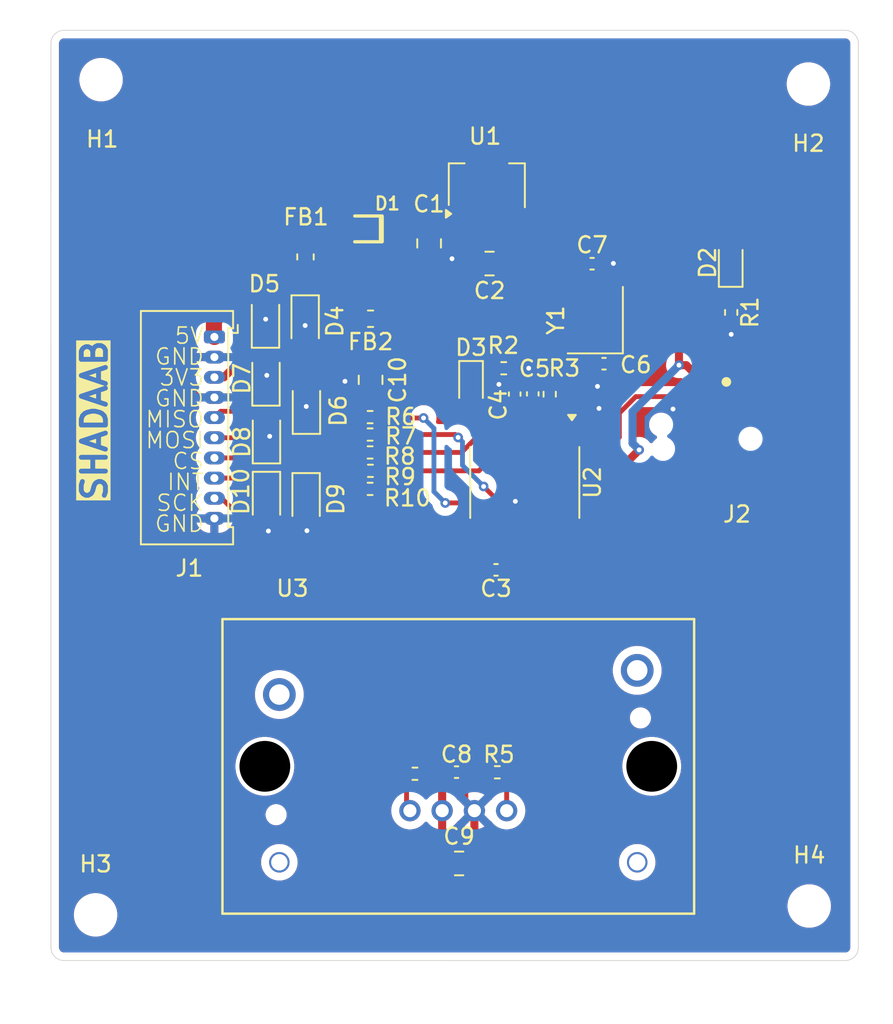
<source format=kicad_pcb>
(kicad_pcb (version 20241229) (generator "pcbnew") (generator_version "9.0")
  (title_block (title "SHADAAB") (date "20:06:2025"))
  (layers (0 "F.Cu" signal) (2 "B.Cu" signal) (13 "F.Paste" user) (15 "B.Paste" user) (5 "F.SilkS" user "F.Silkscreen") (7 "B.SilkS" user "B.Silkscreen") (1 "F.Mask" user) (3 "B.Mask" user) (25 "Edge.Cuts" user))
  (net 0 "")
  (net 1 "GND")
  (net 2 "+3V3")
  (net 3 "/NRST")
  (net 4 "Net-(U2-PF0)")
  (net 5 "Net-(C7-Pad1)")
  (net 6 "+5V")
  (net 7 "Net-(D2-K)")
  (net 8 "Net-(D3-K)")
  (net 9 "Net-(D3-A)")
  (net 11 "/SWCLK")
  (net 12 "/SWDIO")
  (net 13 "Net-(U2-PF1)")
  (net 14 "/I2C1_SCL")
  (net 15 "/I2C1_SDA")
  (net 16 "/SPI1_MISO")
  (net 17 "/SPI1_MOSI")
  (net 18 "/SPI1_NSS")
  (net 19 "/PA3_GPIO_OUT")
  (net 20 "/SPI1_SCK")
  (net 24 "/+5V_IN")
  (net 25 "/+3V3_OUT")
  (net 26 "/DATA_READY")
  (net 27 "Net-(U1-VIN)")
  (footprint "MountingHole:MountingHole_2.2mm_M2" (layer "F.Cu") (at 166.82 45.06)
    (property "Reference" "H1" (at 0.07 3.69 0) (layer "F.SilkS"))
    (property "Value" "MountingHole")
    (pad "" np_thru_hole circle (at 0 0) (size 2.2 2.2) (drill 2.2) (layers "*.Cu" "*.Mask"))
  )
  (footprint "Capacitor_SMD:C_0402_1005Metric" (layer "F.Cu") (at 193.6 64.54 90)
    (property "Reference" "C5" (at 1.57 0.11 180) (layer "F.SilkS"))
    (property "Value" "100n")
    (pad "1" smd roundrect (at -0.48 0 90) (size 0.56 0.62) (layers "F.Cu" "F.Mask" "F.Paste") (net 3 "/NRST"))
    (pad "2" smd roundrect (at 0.48 0 90) (size 0.56 0.62) (layers "F.Cu" "F.Mask" "F.Paste") (net 1 "GND"))
  )
  (footprint "Resistor_SMD:R_0402_1005Metric" (layer "F.Cu") (at 191.4 88)
    (property "Reference" "R5" (at 0.1 -1.1 0) (layer "F.SilkS"))
    (property "Value" "2k2")
    (pad "1" smd roundrect (at -0.51 0) (size 0.54 0.64) (layers "F.Cu" "F.Mask" "F.Paste") (net 2 "+3V3"))
    (pad "2" smd roundrect (at 0.51 0) (size 0.54 0.64) (layers "F.Cu" "F.Mask" "F.Paste") (net 15 "/I2C1_SDA"))
  )
  (footprint "Capacitor_SMD:C_0402_1005Metric" (layer "F.Cu") (at 197.28 56.47)
    (property "Reference" "C7" (at 0 -1.16 0) (layer "F.SilkS"))
    (property "Value" "10p")
    (pad "1" smd roundrect (at -0.48 0) (size 0.56 0.62) (layers "F.Cu" "F.Mask" "F.Paste") (net 5 "Net-(C7-Pad1)"))
    (pad "2" smd roundrect (at 0.48 0) (size 0.56 0.62) (layers "F.Cu" "F.Mask" "F.Paste") (net 1 "GND"))
  )
  (footprint "Inductor_SMD:L_0603_1608Metric" (layer "F.Cu") (at 179.5 56.0475 -90)
    (property "Reference" "FB1" (at -2.4725 -0.03 180) (layer "F.SilkS"))
    (property "Value" "120R")
    (pad "1" smd roundrect (at -0.7875 0 270) (size 0.875 0.95) (layers "F.Cu" "F.Mask" "F.Paste") (net 6 "+5V"))
    (pad "2" smd roundrect (at 0.7875 0 270) (size 0.875 0.95) (layers "F.Cu" "F.Mask" "F.Paste") (net 24 "/+5V_IN"))
  )
  (footprint "Diode_SMD:D_SOD-323" (layer "F.Cu") (at 177.05 63.66 90)
    (property "Reference" "D7" (at 0.07 -1.49 90) (layer "F.SilkS"))
    (property "Value" "PESD5V0L1BA,115")
    (pad "1" smd roundrect (at -1.05 0 90) (size 0.6 0.45) (layers "F.Cu" "F.Mask" "F.Paste") (net 26 "/DATA_READY"))
    (pad "2" smd roundrect (at 1.05 0 90) (size 0.6 0.45) (layers "F.Cu" "F.Mask" "F.Paste") (net 1 "GND"))
  )
  (footprint "Capacitor_SMD:C_0402_1005Metric" (layer "F.Cu") (at 191.32 75.45 180)
    (property "Reference" "C3" (at 0 -1.16 0) (layer "F.SilkS"))
    (property "Value" "100n")
    (pad "1" smd roundrect (at -0.48 0 180) (size 0.56 0.62) (layers "F.Cu" "F.Mask" "F.Paste") (net 2 "+3V3"))
    (pad "2" smd roundrect (at 0.48 0 180) (size 0.56 0.62) (layers "F.Cu" "F.Mask" "F.Paste") (net 1 "GND"))
  )
  (footprint "Capacitor_SMD:C_0805_2012Metric" (layer "F.Cu") (at 189.03 93.65)
    (property "Reference" "C9" (at 0 -1.68 0) (layer "F.SilkS"))
    (property "Value" "10u")
    (pad "1" smd roundrect (at -0.95 0) (size 1 1.45) (layers "F.Cu" "F.Mask" "F.Paste") (net 2 "+3V3"))
    (pad "2" smd roundrect (at 0.95 0) (size 1 1.45) (layers "F.Cu" "F.Mask" "F.Paste") (net 1 "GND"))
  )
  (footprint "Package_SO:TSSOP-20_4.4x6.5mm_P0.65mm" (layer "F.Cu") (at 193.105 70.0325 -90)
    (property "Reference" "U2" (at 0 -4.2 90) (layer "F.SilkS"))
    (property "Value" "STM32F030F4Px")
    (pad "1" smd roundrect (at -2.8625 -2.925 270) (size 1.475 0.4) (layers "F.Cu" "F.Mask" "F.Paste") (net 1 "GND"))
    (pad "2" smd roundrect (at -2.8625 -2.275 270) (size 1.475 0.4) (layers "F.Cu" "F.Mask" "F.Paste") (net 4 "Net-(U2-PF0)"))
    (pad "3" smd roundrect (at -2.8625 -1.625 270) (size 1.475 0.4) (layers "F.Cu" "F.Mask" "F.Paste") (net 13 "Net-(U2-PF1)"))
    (pad "4" smd roundrect (at -2.8625 -0.975 270) (size 1.475 0.4) (layers "F.Cu" "F.Mask" "F.Paste") (net 3 "/NRST"))
    (pad "5" smd roundrect (at -2.8625 -0.325 270) (size 1.475 0.4) (layers "F.Cu" "F.Mask" "F.Paste") (net 2 "+3V3"))
    (pad "6" smd roundrect (at -2.8625 0.325 270) (size 1.475 0.4) (layers "F.Cu" "F.Mask" "F.Paste"))
    (pad "7" smd roundrect (at -2.8625 0.975 270) (size 1.475 0.4) (layers "F.Cu" "F.Mask" "F.Paste") (net 9 "Net-(D3-A)"))
    (pad "8" smd roundrect (at -2.8625 1.625 270) (size 1.475 0.4) (layers "F.Cu" "F.Mask" "F.Paste"))
    (pad "9" smd roundrect (at -2.8625 2.275 270) (size 1.475 0.4) (layers "F.Cu" "F.Mask" "F.Paste") (net 19 "/PA3_GPIO_OUT"))
    (pad "10" smd roundrect (at -2.8625 2.925 270) (size 1.475 0.4) (layers "F.Cu" "F.Mask" "F.Paste") (net 18 "/SPI1_NSS"))
    (pad "11" smd roundrect (at 2.8625 2.925 270) (size 1.475 0.4) (layers "F.Cu" "F.Mask" "F.Paste") (net 20 "/SPI1_SCK"))
    (pad "12" smd roundrect (at 2.8625 2.275 270) (size 1.475 0.4) (layers "F.Cu" "F.Mask" "F.Paste") (net 16 "/SPI1_MISO"))
    (pad "13" smd roundrect (at 2.8625 1.625 270) (size 1.475 0.4) (layers "F.Cu" "F.Mask" "F.Paste") (net 17 "/SPI1_MOSI"))
    (pad "14" smd roundrect (at 2.8625 0.975 270) (size 1.475 0.4) (layers "F.Cu" "F.Mask" "F.Paste"))
    (pad "15" smd roundrect (at 2.8625 0.325 270) (size 1.475 0.4) (layers "F.Cu" "F.Mask" "F.Paste") (net 1 "GND"))
    (pad "16" smd roundrect (at 2.8625 -0.325 270) (size 1.475 0.4) (layers "F.Cu" "F.Mask" "F.Paste") (net 2 "+3V3"))
    (pad "17" smd roundrect (at 2.8625 -0.975 270) (size 1.475 0.4) (layers "F.Cu" "F.Mask" "F.Paste") (net 14 "/I2C1_SCL"))
    (pad "18" smd roundrect (at 2.8625 -1.625 270) (size 1.475 0.4) (layers "F.Cu" "F.Mask" "F.Paste") (net 15 "/I2C1_SDA"))
    (pad "19" smd roundrect (at 2.8625 -2.275 270) (size 1.475 0.4) (layers "F.Cu" "F.Mask" "F.Paste") (net 12 "/SWDIO"))
    (pad "20" smd roundrect (at 2.8625 -2.925 270) (size 1.475 0.4) (layers "F.Cu" "F.Mask" "F.Paste") (net 11 "/SWCLK"))
  )
  (footprint "Package_TO_SOT_SMD:SOT-89-3" (layer "F.Cu") (at 190.75 51.6075 90)
    (property "Reference" "U1" (at 3.0375 -0.11 180) (layer "F.SilkS"))
    (property "Value" "HT75xx-1-SOT89")
    (pad "1" smd roundrect (at -1.95 -1.5 90) (size 1.3 0.9) (layers "F.Cu" "F.Mask" "F.Paste") (net 1 "GND"))
    (pad "2" smd custom (at -1.8625 0 90) (size 1.475 0.9) (layers "F.Cu" "F.Mask" "F.Paste") (net 27 "Net-(U1-VIN)") (options (clearance outline) (anchor rect)) (primitives (gr_poly (pts (xy 3.8625 0.8665) (xy 0.7375 0.8665) (xy 0.7375 -0.8665) (xy 3.8625 -0.8665)) (width 0) (fill yes))))
    (pad "3" smd roundrect (at -1.95 1.5 90) (size 1.3 0.9) (layers "F.Cu" "F.Mask" "F.Paste") (net 2 "+3V3"))
  )
  (footprint "B5819W:SOD123FL" (layer "F.Cu") (at 183.405 54.31 180)
    (property "Reference" "D1" (at -1.175 1.57 0) (layer "F.SilkS") (effects (font (size 0.8 0.787402))))
    (property "Value" "B5819W")
    (pad "A" smd rect (at 1.625 0 180) (size 0.91 1.22) (layers "F.Cu" "F.Mask" "F.Paste") (net 6 "+5V"))
    (pad "C" smd rect (at -1.625 0 180) (size 0.91 1.22) (layers "F.Cu" "F.Mask" "F.Paste") (net 27 "Net-(U1-VIN)"))
  )
  (footprint "Resistor_SMD:R_0402_1005Metric" (layer "F.Cu") (at 183.51 68.17 180)
    (property "Reference" "R8" (at -1.84 -0.24 0) (layer "F.SilkS"))
    (property "Value" "22R")
    (pad "1" smd roundrect (at -0.51 0 180) (size 0.54 0.64) (layers "F.Cu" "F.Mask" "F.Paste") (net 18 "/SPI1_NSS"))
    (pad "2" smd roundrect (at 0.51 0 180) (size 0.54 0.64) (layers "F.Cu" "F.Mask" "F.Paste") (net 26 "/DATA_READY"))
  )
  (footprint "Diode_SMD:D_SOD-323" (layer "F.Cu") (at 177.08 70.98 -90)
    (property "Reference" "D10" (at -0.39 1.59 90) (layer "F.SilkS"))
    (property "Value" "PESD5V0L1BA,115")
    (pad "1" smd roundrect (at -1.05 0 270) (size 0.6 0.45) (layers "F.Cu" "F.Mask" "F.Paste") (net 26 "/DATA_READY"))
    (pad "2" smd roundrect (at 1.05 0 270) (size 0.6 0.45) (layers "F.Cu" "F.Mask" "F.Paste") (net 1 "GND"))
  )
  (footprint "MountingHole:MountingHole_2.2mm_M2" (layer "F.Cu") (at 210.75 96.29)
    (property "Reference" "H4" (at 0 -3.15 0) (layer "F.SilkS"))
    (property "Value" "MountingHole")
    (pad "" np_thru_hole circle (at 0 0) (size 2.2 2.2) (drill 2.2) (layers "*.Cu" "*.Mask"))
  )
  (footprint "Resistor_SMD:R_0402_1005Metric" (layer "F.Cu") (at 183.51 65.98 180)
    (property "Reference" "R6" (at -1.91 0.03 0) (layer "F.SilkS"))
    (property "Value" "22R")
    (pad "1" smd roundrect (at -0.51 0 180) (size 0.54 0.64) (layers "F.Cu" "F.Mask" "F.Paste") (net 16 "/SPI1_MISO"))
    (pad "2" smd roundrect (at 0.51 0 180) (size 0.54 0.64) (layers "F.Cu" "F.Mask" "F.Paste") (net 26 "/DATA_READY"))
  )
  (footprint "Resistor_SMD:R_0402_1005Metric" (layer "F.Cu") (at 183.53 69.31 180)
    (property "Reference" "R9" (at -1.84 -0.37 0) (layer "F.SilkS"))
    (property "Value" "22R")
    (pad "1" smd roundrect (at -0.51 0 180) (size 0.54 0.64) (layers "F.Cu" "F.Mask" "F.Paste") (net 19 "/PA3_GPIO_OUT"))
    (pad "2" smd roundrect (at 0.51 0 180) (size 0.54 0.64) (layers "F.Cu" "F.Mask" "F.Paste") (net 26 "/DATA_READY"))
  )
  (footprint "Resistor_SMD:R_0402_1005Metric" (layer "F.Cu") (at 194.65 64.56 90)
    (property "Reference" "R3" (at 1.61 0.91 180) (layer "F.SilkS"))
    (property "Value" "22R")
    (pad "1" smd roundrect (at -0.51 0 90) (size 0.54 0.64) (layers "F.Cu" "F.Mask" "F.Paste") (net 13 "Net-(U2-PF1)"))
    (pad "2" smd roundrect (at 0.51 0 90) (size 0.54 0.64) (layers "F.Cu" "F.Mask" "F.Paste") (net 5 "Net-(C7-Pad1)"))
  )
  (footprint "Capacitor_SMD:C_0402_1005Metric" (layer "F.Cu") (at 198.02 62.67 180)
    (property "Reference" "C6" (at -1.97 -0.07 180) (layer "F.SilkS"))
    (property "Value" "10p")
    (pad "1" smd roundrect (at -0.48 0 180) (size 0.56 0.62) (layers "F.Cu" "F.Mask" "F.Paste") (net 4 "Net-(U2-PF0)"))
    (pad "2" smd roundrect (at 0.48 0 180) (size 0.56 0.62) (layers "F.Cu" "F.Mask" "F.Paste") (net 1 "GND"))
  )
  (footprint "Resistor_SMD:R_0402_1005Metric" (layer "F.Cu") (at 186.29 88.09 180)
    (property "Reference" "R4" (hide yes))
    (property "Value" "2k2")
    (pad "1" smd roundrect (at -0.51 0 180) (size 0.54 0.64) (layers "F.Cu" "F.Mask" "F.Paste") (net 2 "+3V3"))
    (pad "2" smd roundrect (at 0.51 0 180) (size 0.54 0.64) (layers "F.Cu" "F.Mask" "F.Paste") (net 14 "/I2C1_SCL"))
  )
  (footprint "Capacitor_SMD:C_0805_2012Metric" (layer "F.Cu") (at 183.54 63.67 -90)
    (property "Reference" "C10" (at 0 -1.68 90) (layer "F.SilkS"))
    (property "Value" "10u")
    (pad "1" smd roundrect (at -0.95 0 270) (size 1 1.45) (layers "F.Cu" "F.Mask" "F.Paste") (net 25 "/+3V3_OUT"))
    (pad "2" smd roundrect (at 0.95 0 270) (size 1 1.45) (layers "F.Cu" "F.Mask" "F.Paste") (net 1 "GND"))
  )
  (footprint "MountingHole:MountingHole_2.2mm_M2" (layer "F.Cu") (at 166.48 96.84)
    (property "Reference" "H3" (at 0 -3.15 0) (layer "F.SilkS"))
    (property "Value" "MountingHole")
    (pad "" np_thru_hole circle (at 0 0) (size 2.2 2.2) (drill 2.2) (layers "*.Cu" "*.Mask"))
  )
  (footprint "Diode_SMD:D_SOD-323" (layer "F.Cu") (at 179.54 71.06 -90)
    (property "Reference" "D9" (at 0 -1.85 90) (layer "F.SilkS"))
    (property "Value" "PESD5V0L1BA,115")
    (pad "1" smd roundrect (at -1.05 0 270) (size 0.6 0.45) (layers "F.Cu" "F.Mask" "F.Paste") (net 26 "/DATA_READY"))
    (pad "2" smd roundrect (at 1.05 0 270) (size 0.6 0.45) (layers "F.Cu" "F.Mask" "F.Paste") (net 1 "GND"))
  )
  (footprint "LED_SMD:LED_0603_1608Metric" (layer "F.Cu") (at 205.88 56.4175 90)
    (property "Reference" "D2" (at 0 -1.43 90) (layer "F.SilkS"))
    (property "Value" "GREEN")
    (pad "1" smd roundrect (at -0.7875 0 90) (size 0.875 0.95) (layers "F.Cu" "F.Mask" "F.Paste") (net 7 "Net-(D2-K)"))
    (pad "2" smd roundrect (at 0.7875 0 90) (size 0.875 0.95) (layers "F.Cu" "F.Mask" "F.Paste") (net 2 "+3V3"))
  )
  (footprint "Diode_SMD:D_SOD-323" (layer "F.Cu") (at 179.56 65.41 90)
    (property "Reference" "D6" (at -0.18 1.97 90) (layer "F.SilkS"))
    (property "Value" "PESD5V0L1BA,115")
    (pad "1" smd roundrect (at -1.05 0 90) (size 0.6 0.45) (layers "F.Cu" "F.Mask" "F.Paste") (net 26 "/DATA_READY"))
    (pad "2" smd roundrect (at 1.05 0 90) (size 0.6 0.45) (layers "F.Cu" "F.Mask" "F.Paste") (net 1 "GND"))
  )
  (footprint "Resistor_SMD:R_0402_1005Metric" (layer "F.Cu") (at 183.51 70.43 180)
    (property "Reference" "R10" (at -2.31 -0.57 0) (layer "F.SilkS"))
    (property "Value" "22R")
    (pad "1" smd roundrect (at -0.51 0 180) (size 0.54 0.64) (layers "F.Cu" "F.Mask" "F.Paste") (net 20 "/SPI1_SCK"))
    (pad "2" smd roundrect (at 0.51 0 180) (size 0.54 0.64) (layers "F.Cu" "F.Mask" "F.Paste") (net 26 "/DATA_READY"))
  )
  (footprint "CustomFootprints:SDP81x_SEN" (layer "F.Cu") (at 185.979999 90.38)
    (property "Reference" "U3" (at -7.289999 -13.78 0) (layer "F.SilkS"))
    (property "Value" "SDP810-500PA")
    (pad "" np_thru_hole circle (at -9 -2.75) (size 3.1496 3.1496) (drill 3.1496) (layers))
    (pad "" np_thru_hole circle (at -8.300001 0.25) (size 0.8128 0.8128) (drill 0.8128) (layers "*.Cu" "*.Mask"))
    (pad "" np_thru_hole circle (at 14.299999 -5.750001) (size 0.8128 0.8128) (drill 0.8128) (layers "*.Cu" "*.Mask"))
    (pad "" np_thru_hole circle (at 14.999998 -2.75) (size 3.1496 3.1496) (drill 3.1496) (layers))
    (pad "1" thru_hole circle (at 0 0) (size 1.3208 1.3208) (drill 0.8128) (layers "*.Cu" "*.Mask") (net 14 "/I2C1_SCL"))
    (pad "2" thru_hole circle (at 1.999999 0) (size 1.3208 1.3208) (drill 0.8128) (layers "*.Cu" "*.Mask") (net 2 "+3V3"))
    (pad "3" thru_hole circle (at 4 0) (size 1.3208 1.3208) (drill 0.8128) (layers "*.Cu" "*.Mask") (net 1 "GND"))
    (pad "4" thru_hole circle (at 5.999998 0) (size 1.3208 1.3208) (drill 0.8128) (layers "*.Cu" "*.Mask") (net 15 "/I2C1_SDA"))
    (pad "5" thru_hole circle (at -8.099999 -7.2) (size 2.032 2.032) (drill 1.27) (layers "*.Cu" "*.Mask"))
    (pad "6" thru_hole circle (at 14.099997 -8.7) (size 2.032 2.032) (drill 1.27) (layers "*.Cu" "*.Mask"))
    (pad "7" thru_hole circle (at -8.099999 3.200001) (size 1.27 1.27) (drill 1.016) (layers "*.Cu" "*.Mask"))
    (pad "8" thru_hole circle (at 14.099997 3.200001) (size 1.27 1.27) (drill 1.016) (layers "*.Cu" "*.Mask"))
  )
  (footprint "Diode_SMD:D_SOD-323" (layer "F.Cu") (at 177.02 60.07 90)
    (property "Reference" "D5" (at 2.35 -0.07 180) (layer "F.SilkS"))
    (property "Value" "PESD5V0L1BA,115")
    (pad "1" smd roundrect (at -1.05 0 90) (size 0.6 0.45) (layers "F.Cu" "F.Mask" "F.Paste") (net 25 "/+3V3_OUT"))
    (pad "2" smd roundrect (at 1.05 0 90) (size 0.6 0.45) (layers "F.Cu" "F.Mask" "F.Paste") (net 1 "GND"))
  )
  (footprint "Capacitor_SMD:C_0402_1005Metric" (layer "F.Cu") (at 192.48 64.55 90)
    (property "Reference" "C4" (at -0.66 -1.02 90) (layer "F.SilkS"))
    (property "Value" "100n")
    (pad "1" smd roundrect (at -0.48 0 90) (size 0.56 0.62) (layers "F.Cu" "F.Mask" "F.Paste") (net 2 "+3V3"))
    (pad "2" smd roundrect (at 0.48 0 90) (size 0.56 0.62) (layers "F.Cu" "F.Mask" "F.Paste") (net 1 "GND"))
  )
  (footprint "Diode_SMD:D_SOD-323" (layer "F.Cu") (at 179.48 60.04 -90)
    (property "Reference" "D4" (at 0 -1.85 90) (layer "F.SilkS"))
    (property "Value" "PESD5V0L1BA,115")
    (pad "1" smd roundrect (at -1.05 0 270) (size 0.6 0.45) (layers "F.Cu" "F.Mask" "F.Paste") (net 24 "/+5V_IN"))
    (pad "2" smd roundrect (at 1.05 0 270) (size 0.6 0.45) (layers "F.Cu" "F.Mask" "F.Paste") (net 1 "GND"))
  )
  (footprint "Resistor_SMD:R_0402_1005Metric" (layer "F.Cu") (at 191.8 62.95 180)
    (property "Reference" "R2" (at 0.03 1.41 0) (layer "F.SilkS"))
    (property "Value" "510R")
    (pad "1" smd roundrect (at -0.51 0 180) (size 0.54 0.64) (layers "F.Cu" "F.Mask" "F.Paste") (net 1 "GND"))
    (pad "2" smd roundrect (at 0.51 0 180) (size 0.54 0.64) (layers "F.Cu" "F.Mask" "F.Paste") (net 8 "Net-(D3-K)"))
  )
  (footprint "MountingHole:MountingHole_2.2mm_M2" (layer "F.Cu") (at 210.7 45.33)
    (property "Reference" "H2" (at 0 3.68 0) (layer "F.SilkS"))
    (property "Value" "MountingHole")
    (pad "" np_thru_hole circle (at 0 0) (size 2.2 2.2) (drill 2.2) (layers "*.Cu" "*.Mask"))
  )
  (footprint "Capacitor_SMD:C_0805_2012Metric" (layer "F.Cu") (at 187.17 55.21 -90)
    (property "Reference" "C1" (at -2.44 0.01 180) (layer "F.SilkS"))
    (property "Value" "10u")
    (pad "1" smd roundrect (at -0.95 0 270) (size 1 1.45) (layers "F.Cu" "F.Mask" "F.Paste") (net 27 "Net-(U1-VIN)"))
    (pad "2" smd roundrect (at 0.95 0 270) (size 1 1.45) (layers "F.Cu" "F.Mask" "F.Paste") (net 1 "GND"))
  )
  (footprint "Capacitor_SMD:C_0402_1005Metric" (layer "F.Cu") (at 188.87 87.99)
    (property "Reference" "C8" (at 0 -1.1 0) (layer "F.SilkS"))
    (property "Value" "100n")
    (pad "1" smd roundrect (at -0.48 0) (size 0.56 0.62) (layers "F.Cu" "F.Mask" "F.Paste") (net 2 "+3V3"))
    (pad "2" smd roundrect (at 0.48 0) (size 0.56 0.62) (layers "F.Cu" "F.Mask" "F.Paste") (net 1 "GND"))
  )
  (footprint "Resistor_SMD:R_0402_1005Metric" (layer "F.Cu") (at 183.51 67.06 180)
    (property "Reference" "R7" (at -1.9 -0.1 0) (layer "F.SilkS"))
    (property "Value" "22R")
    (pad "1" smd roundrect (at -0.51 0 180) (size 0.54 0.64) (layers "F.Cu" "F.Mask" "F.Paste") (net 17 "/SPI1_MOSI"))
    (pad "2" smd roundrect (at 0.51 0 180) (size 0.54 0.64) (layers "F.Cu" "F.Mask" "F.Paste") (net 26 "/DATA_READY"))
  )
  (footprint "Resistor_SMD:R_0402_1005Metric" (layer "F.Cu") (at 205.91 59.49 -90)
    (property "Reference" "R1" (at 0 -1.17 90) (layer "F.SilkS"))
    (property "Value" "510R")
    (pad "1" smd roundrect (at -0.51 0 270) (size 0.54 0.64) (layers "F.Cu" "F.Mask" "F.Paste") (net 7 "Net-(D2-K)"))
    (pad "2" smd roundrect (at 0.51 0 270) (size 0.54 0.64) (layers "F.Cu" "F.Mask" "F.Paste") (net 1 "GND"))
  )
  (footprint "Diode_SMD:D_SOD-323" (layer "F.Cu") (at 177.08 67.24 90)
    (property "Reference" "D8" (at -0.28 -1.53 90) (layer "F.SilkS"))
    (property "Value" "PESD5V0L1BA,115")
    (pad "1" smd roundrect (at -1.05 0 90) (size 0.6 0.45) (layers "F.Cu" "F.Mask" "F.Paste") (net 26 "/DATA_READY"))
    (pad "2" smd roundrect (at 1.05 0 90) (size 0.6 0.45) (layers "F.Cu" "F.Mask" "F.Paste") (net 1 "GND"))
  )
  (footprint "LED_SMD:LED_0603_1608Metric" (layer "F.Cu") (at 189.77 63.9875 -90)
    (property "Reference" "D3" (at -2.3225 0 180) (layer "F.SilkS"))
    (property "Value" "BLUE")
    (pad "1" smd roundrect (at -0.7875 0 270) (size 0.875 0.95) (layers "F.Cu" "F.Mask" "F.Paste") (net 8 "Net-(D3-K)"))
    (pad "2" smd roundrect (at 0.7875 0 270) (size 0.875 0.95) (layers "F.Cu" "F.Mask" "F.Paste") (net 9 "Net-(D3-A)"))
  )
  (footprint "Connector_Molex:Molex_PicoBlade_53048-1010_1x10_P1.25mm_Horizontal" (layer "F.Cu") (at 173.85 61.01 -90)
    (property "Reference" "J1" (at 14.34 1.55 180) (layer "F.SilkS"))
    (property "Value" "Conn_01x10_Pin")
    (pad "1" thru_hole roundrect (at 0 0 270) (size 0.8 1.3) (drill 0.5) (layers "*.Cu" "*.Mask") (net 24 "/+5V_IN"))
    (pad "2" thru_hole oval (at 1.25 0 270) (size 0.8 1.3) (drill 0.5) (layers "*.Cu" "*.Mask") (net 1 "GND"))
    (pad "3" thru_hole oval (at 2.5 0 270) (size 0.8 1.3) (drill 0.5) (layers "*.Cu" "*.Mask") (net 25 "/+3V3_OUT"))
    (pad "4" thru_hole oval (at 3.75 0 270) (size 0.8 1.3) (drill 0.5) (layers "*.Cu" "*.Mask") (net 1 "GND"))
    (pad "5" thru_hole oval (at 5 0 270) (size 0.8 1.3) (drill 0.5) (layers "*.Cu" "*.Mask") (net 26 "/DATA_READY"))
    (pad "6" thru_hole oval (at 6.25 0 270) (size 0.8 1.3) (drill 0.5) (layers "*.Cu" "*.Mask") (net 26 "/DATA_READY"))
    (pad "7" thru_hole oval (at 7.5 0 270) (size 0.8 1.3) (drill 0.5) (layers "*.Cu" "*.Mask") (net 26 "/DATA_READY"))
    (pad "8" thru_hole oval (at 8.75 0 270) (size 0.8 1.3) (drill 0.5) (layers "*.Cu" "*.Mask") (net 26 "/DATA_READY"))
    (pad "9" thru_hole oval (at 10 0 270) (size 0.8 1.3) (drill 0.5) (layers "*.Cu" "*.Mask") (net 26 "/DATA_READY"))
    (pad "10" thru_hole oval (at 11.25 0 270) (size 0.8 1.3) (drill 0.5) (layers "*.Cu" "*.Mask") (net 1 "GND"))
  )
  (footprint "Inductor_SMD:L_0603_1608Metric" (layer "F.Cu") (at 183.5375 59.88 180)
    (property "Reference" "FB2" (at 0 -1.43 0) (layer "F.SilkS"))
    (property "Value" "120R")
    (pad "1" smd roundrect (at -0.7875 0 180) (size 0.875 0.95) (layers "F.Cu" "F.Mask" "F.Paste") (net 2 "+3V3"))
    (pad "2" smd roundrect (at 0.7875 0 180) (size 0.875 0.95) (layers "F.Cu" "F.Mask" "F.Paste") (net 25 "/+3V3_OUT"))
  )
  (footprint "TC2030-IDC-NL:TAG_TC2030-IDC-NL" (layer "F.Cu") (at 204.36 67.546 180)
    (property "Reference" "J2" (at -1.908485 -4.453145 0) (layer "F.SilkS") (effects (font (size 1.001835 1.001835))))
    (property "Value" "TC2030-IDC-NL")
    (pad "" np_thru_hole circle (at -2.75 0.22 180) (size 0.991 0.991) (drill 0.991) (layers "*.Cu" "*.Mask"))
    (pad "" np_thru_hole circle (at 2.68 -0.4 180) (size 0.991 0.991) (drill 0.991) (layers "*.Cu" "*.Mask"))
    (pad "" np_thru_hole circle (at 2.8 1.1 180) (size 0.7 0.7) (drill 0.991) (layers "*.Cu" "*.Mask"))
    (pad "1" smd circle (at -1.77 1.42 180) (size 0.787 0.787) (layers "F.Cu" "F.Mask") (net 2 "+3V3"))
    (pad "2" smd circle (at -1.9 -0.9 180) (size 0.787 0.787) (layers "F.Cu" "F.Mask") (net 12 "/SWDIO"))
    (pad "3" smd circle (at -0.01 1.46 180) (size 0.787 0.787) (layers "F.Cu" "F.Mask") (net 3 "/NRST"))
    (pad "4" smd circle (at 0 -1 180) (size 0.787 0.787) (layers "F.Cu" "F.Mask") (net 11 "/SWCLK"))
    (pad "5" smd circle (at 1.54 1.43 180) (size 0.787 0.787) (layers "F.Cu" "F.Mask") (net 1 "GND"))
    (pad "6" smd circle (at 1.55 -1.09 180) (size 0.787 0.787) (layers "F.Cu" "F.Mask"))
    (zone (net 0) (net_name "") (layer "F.Cu") (connect_pads (clearance 0)) (min_thickness 0.01)
      (keepout (tracks not_allowed) (vias not_allowed) (pads not_allowed) (copperpour not_allowed) (footprints allowed))
      (fill (thermal_gap 0.508) (thermal_bridge_width 0.508))
      (polygon (pts (xy 206.26301 68.49972) (xy 202.81 68.636) (xy 202.82 66.096) (xy 206.13 66.126)))
    )
  )
  (footprint "Crystal:Crystal_SMD_3225-4Pin_3.2x2.5mm" (layer "F.Cu") (at 197.48 59.97 90)
    (property "Reference" "Y1" (at 0 -2.45 90) (layer "F.SilkS"))
    (property "Value" "16MHz")
    (pad "1" smd roundrect (at -1.1 0.85 90) (size 1.4 1.2) (layers "F.Cu" "F.Mask" "F.Paste") (roundrect_rratio 0.208333) (net 4 "Net-(U2-PF0)"))
    (pad "2" smd roundrect (at 1.1 0.85 90) (size 1.4 1.2) (layers "F.Cu" "F.Mask" "F.Paste") (roundrect_rratio 0.208333) (net 1 "GND"))
    (pad "3" smd roundrect (at 1.1 -0.85 90) (size 1.4 1.2) (layers "F.Cu" "F.Mask" "F.Paste") (roundrect_rratio 0.208333) (net 5 "Net-(C7-Pad1)"))
    (pad "4" smd roundrect (at -1.1 -0.85 90) (size 1.4 1.2) (layers "F.Cu" "F.Mask" "F.Paste") (roundrect_rratio 0.208333) (net 1 "GND"))
  )
  (footprint "Capacitor_SMD:C_0805_2012Metric" (layer "F.Cu") (at 190.92 56.46 180)
    (property "Reference" "C2" (at 0 -1.68 0) (layer "F.SilkS"))
    (property "Value" "10u")
    (pad "1" smd roundrect (at -0.95 0 180) (size 1 1.45) (layers "F.Cu" "F.Mask" "F.Paste") (net 2 "+3V3"))
    (pad "2" smd roundrect (at 0.95 0 180) (size 1 1.45) (layers "F.Cu" "F.Mask" "F.Paste") (net 1 "GND"))
  )
  (gr_line (start 164.52 99.669445) (end 212.99 99.67) (stroke (width 0.05)) (layer "Edge.Cuts"))
  (gr_arc (start 163.709445 42.810555) (mid 163.946851 42.237406) (end 164.52 42) (stroke (width 0.05)) (layer "Edge.Cuts"))
  (gr_arc (start 212.99 42.000555) (mid 213.56256 42.237602) (end 213.8 42.81) (stroke (width 0.05)) (layer "Edge.Cuts"))
  (gr_arc (start 213.800555 98.859445) (mid 213.563149 99.432594) (end 212.99 99.67) (stroke (width 0.05)) (layer "Edge.Cuts"))
  (gr_arc (start 164.52 99.669445) (mid 163.947244 99.432201) (end 163.71 98.859445) (stroke (width 0.05)) (layer "Edge.Cuts"))
  (gr_line (start 163.709445 42.8106) (end 163.71 98.850862) (stroke (width 0.05)) (layer "Edge.Cuts"))
  (gr_line (start 213.800555 98.859445) (end 213.8 42.819138) (stroke (width 0.05)) (layer "Edge.Cuts"))
  (gr_line (start 212.99 42.000555) (end 164.52 42.000045) (stroke (width 0.05)) (layer "Edge.Cuts"))
  (gr_text "GND" (at 170.088095 62.815556 0) (layer "F.SilkS") (effects (font (size 1 1) (thickness 0.1)) (justify left bottom)))
  (gr_text "MOSI" (at 169.516667 67.997778 0) (layer "F.SilkS") (effects (font (size 1 1) (thickness 0.1)) (justify left bottom)))
  (gr_text "SCK" (at 170.183333 71.884444 0) (layer "F.SilkS") (effects (font (size 1 1) (thickness 0.1)) (justify left bottom)))
  (gr_text "3V3" (at 170.373809 64.111111 0) (layer "F.SilkS") (effects (font (size 1 1) (thickness 0.1)) (justify left bottom)))
  (gr_text "INT" (at 170.85 70.588889 0) (layer "F.SilkS") (effects (font (size 1 1) (thickness 0.1)) (justify left bottom)))
  (gr_text "GND" (at 170.088095 65.406667 0) (layer "F.SilkS") (effects (font (size 1 1) (thickness 0.1)) (justify left bottom)))
  (gr_text "5V" (at 171.32619 61.52 0) (layer "F.SilkS") (effects (font (size 1 1) (thickness 0.1)) (justify left bottom)))
  (gr_text "CS" (at 171.183333 69.293333 0) (layer "F.SilkS") (effects (font (size 1 1) (thickness 0.1)) (justify left bottom)))
  (gr_text "SHADAAB" (at 167.29 71.31 90) (layer "F.SilkS" knockout) (effects (font (size 1.5 1.5) (thickness 0.3) (bold yes)) (justify left bottom)))
  (gr_text "MISO" (at 169.516667 66.702222 0) (layer "F.SilkS") (effects (font (size 1 1) (thickness 0.1)) (justify left bottom)))
  (gr_text "GND" (at 170.088095 73.18 0) (layer "F.SilkS") (effects (font (size 1 1) (thickness 0.1)) (justify left bottom)))
  (segment (start 189.25 53.5575) (end 189.2816 53.5891) (width 0.5) (layer "F.Cu") (net 1))
  (segment (start 192.78 72.895) (end 192.78 74.38) (width 0.3) (layer "F.Cu") (net 1))
  (segment (start 202.47 65.48) (end 202.3 65.48) (width 0.3) (layer "F.Cu") (net 1))
  (segment (start 198.67 56.47) (end 198.68 56.48) (width 0.3) (layer "F.Cu") (net 1))
  (segment (start 197.615 62.745) (end 197.54 62.67) (width 0.3) (layer "F.Cu") (net 1))
  (segment (start 197.71 65.49) (end 197.71 65.44) (width 0.3) (layer "F.Cu") (net 1))
  (segment (start 197.76 56.47) (end 198.32 56.47) (width 0.3) (layer "F.Cu") (net 1))
  (segment (start 189.979999 90.38) (end 189.98 93.65) (width 0.5) (layer "F.Cu") (net 1))
  (segment (start 205.91 60.9) (end 205.92 60.91) (width 0.3) (layer "F.Cu") (net 1))
  (segment (start 196.03 67.17) (end 197.71 65.49) (width 0.3) (layer "F.Cu") (net 1))
  (segment (start 197.76 56.47) (end 197.76 58.3) (width 0.3) (layer "F.Cu") (net 1))
  (segment (start 172.31 64.14) (end 172.31 62.65) (width 0.3) (layer "F.Cu") (net 1))
  (segment (start 189.35 87.99) (end 189.35 89.750001) (width 0.5) (layer "F.Cu") (net 1))
  (segment (start 177.08 66.82) (end 177.08 66.19) (width 0.3) (layer "F.Cu") (net 1))
  (segment (start 193.6 63.2) (end 193.35 62.95) (width 0.3) (layer "F.Cu") (net 1))
  (segment (start 179.54 72.97) (end 179.59 73.02) (width 0.3) (layer "F.Cu") (net 1))
  (segment (start 179.54 72.11) (end 179.54 72.97) (width 0.3) (layer "F.Cu") (net 1))
  (segment (start 179.55 64.96375) (end 179.55375 64.96) (width 0.3) (layer "F.Cu") (net 1))
  (segment (start 173.85 64.76) (end 172.93 64.76) (width 0.3) (layer "F.Cu") (net 1))
  (segment (start 177.05 62.61) (end 177.05 63.34) (width 0.3) (layer "F.Cu") (net 1))
  (segment (start 192.78 71.46) (end 192.52 71.2) (width 0.3) (layer "F.Cu") (net 1))
  (segment (start 177.08 72.03) (end 177.08 72.92) (width 0.3) (layer "F.Cu") (net 1))
  (segment (start 177.05 63.34) (end 177.1 63.39) (width 0.3) (layer "F.Cu") (net 1))
  (segment (start 183.54 64.62) (end 182.81 64.62) (width 0.5) (layer "F.Cu") (net 1))
  (segment (start 196.63 63.29) (end 196.7 63.36) (width 0.3) (layer "F.Cu") (net 1))
  (segment (start 172.31 62.65) (end 172.7 62.26) (width 0.3) (layer "F.Cu") (net 1))
  (segment (start 188.59 56.16) (end 189.67 56.16) (width 0.5) (layer "F.Cu") (net 1))
  (segment (start 172.93 64.76) (end 172.31 64.14) (width 0.3) (layer "F.Cu") (net 1))
  (segment (start 189.67 56.16) (end 189.97 56.46) (width 0.5) (layer "F.Cu") (net 1))
  (segment (start 197.615 64.075) (end 197.615 63.44) (width 0.3) (layer "F.Cu") (net 1))
  (segment (start 205.91 60.85) (end 205.91 60.9) (width 0.3) (layer "F.Cu") (net 1))
  (segment (start 192.78 74.38) (end 191.600001 74.38) (width 0.3) (layer "F.Cu") (net 1))
  (segment (start 177.02 59.02) (end 177.03 59.03) (width 0.3) (layer "F.Cu") (net 1))
  (segment (start 187.17 56.16) (end 188.59 56.16) (width 0.5) (layer "F.Cu") (net 1))
  (segment (start 192.48 64.07) (end 191.62 64.07) (width 0.3) (layer "F.Cu") (net 1))
  (segment (start 193.35 62.95) (end 192.31 62.95) (width 0.3) (layer "F.Cu") (net 1))
  (segment (start 197.615 63.44) (end 197.615 62.745) (width 0.3) (layer "F.Cu") (net 1))
  (segment (start 193.6 64.06) (end 193.6 63.2) (width 0.3) (layer "F.Cu") (net 1))
  (segment (start 192.78 72.895) (end 192.78 71.46) (width 0.3) (layer "F.Cu") (net 1))
  (segment (start 198.32 56.47) (end 198.67 56.47) (width 0.3) (layer "F.Cu") (net 1))
  (segment (start 179.55 65.32) (end 179.55 64.96375) (width 0.3) (layer "F.Cu") (net 1))
  (segment (start 205.91 60) (end 205.91 60.85) (width 0.3) (layer "F.Cu") (net 1))
  (segment (start 197.535 63.36) (end 197.615 63.44) (width 0.3) (layer "F.Cu") (net 1))
  (segment (start 190.84 75.140001) (end 190.84 75.45) (width 0.3) (layer "F.Cu") (net 1))
  (segment (start 196.63 61.07) (end 196.63 63.29) (width 0.3) (layer "F.Cu") (net 1))
  (segment (start 177.03 59.03) (end 177.03 59.72) (width 0.3) (layer "F.Cu") (net 1))
  (segment (start 177.28 67.17) (end 177.08 66.82) (width 0.3) (layer "F.Cu") (net 1))
  (segment (start 179.56 64.36) (end 179.55 65.32) (width 0.3) (layer "F.Cu") (net 1))
  (segment (start 189.2816 55.7716) (end 189.97 56.46) (width 0.5) (layer "F.Cu") (net 1))
  (segment (start 189.2816 53.5891) (end 189.2816 55.7716) (width 0.5) (layer "F.Cu") (net 1))
  (segment (start 179.48 60.3) (end 179.49 60.29) (width 0.3) (layer "F.Cu") (net 1))
  (segment (start 191.62 64.07) (end 191.5 63.95) (width 0.3) (layer "F.Cu") (net 1))
  (segment (start 203.09 66.1) (end 202.47 65.48) (width 0.3) (layer "F.Cu") (net 1))
  (segment (start 197.76 58.3) (end 198.33 58.87) (width 0.3) (layer "F.Cu") (net 1))
  (segment (start 177.08 72.92) (end 177.2 73.04) (width 0.3) (layer "F.Cu") (net 1))
  (segment (start 182.81 64.62) (end 181.95 63.76) (width 0.5) (layer "F.Cu") (net 1))
  (segment (start 191.600001 74.38) (end 190.84 75.140001) (width 0.3) (layer "F.Cu") (net 1))
  (segment (start 172.7 62.26) (end 173.85 62.26) (width 0.3) (layer "F.Cu") (net 1))
  (segment (start 196.7 63.36) (end 197.535 63.36) (width 0.3) (layer "F.Cu") (net 1))
  (segment (start 179.48 61.09) (end 179.48 60.3) (width 0.3) (layer "F.Cu") (net 1))
  (segment (start 189.35 89.750001) (end 189.979999 90.38) (width 0.5) (layer "F.Cu") (net 1))
  (via (at 197.71 65.44) (size 0.6) (drill 0.3) (layers "F.Cu" "B.Cu") (net 1))
  (via (at 191.5 63.95) (size 0.6) (drill 0.3) (layers "F.Cu" "B.Cu") (net 1))
  (via (at 177.28 67.17) (size 0.6) (drill 0.3) (layers "F.Cu" "B.Cu") (net 1))
  (via (at 197.615 64.075) (size 0.6) (drill 0.3) (layers "F.Cu" "B.Cu") (net 1))
  (via (at 188.59 56.16) (size 0.6) (drill 0.3) (layers "F.Cu" "B.Cu") (net 1))
  (via (at 177.2 73.04) (size 0.6) (drill 0.3) (layers "F.Cu" "B.Cu") (net 1))
  (via (at 179.55 65.32) (size 0.6) (drill 0.3) (layers "F.Cu" "B.Cu") (net 1))
  (via (at 193.35 62.95) (size 0.6) (drill 0.3) (layers "F.Cu" "B.Cu") (net 1))
  (via (at 179.48 60.3) (size 0.6) (drill 0.3) (layers "F.Cu" "B.Cu") (net 1))
  (via (at 179.59 73.02) (size 0.6) (drill 0.3) (layers "F.Cu" "B.Cu") (net 1))
  (via (at 205.91 60.85) (size 0.6) (drill 0.3) (layers "F.Cu" "B.Cu") (net 1))
  (via (at 198.6 56.45) (size 0.6) (drill 0.3) (layers "F.Cu" "B.Cu") (net 1))
  (via (at 192.52 71.2) (size 0.6) (drill 0.3) (layers "F.Cu" "B.Cu") (net 1))
  (via (at 202.3 65.48) (size 0.6) (drill 0.3) (layers "F.Cu" "B.Cu") (net 1))
  (via (at 177.03 59.91) (size 0.6) (drill 0.3) (layers "F.Cu" "B.Cu") (net 1))
  (via (at 177.1 63.39) (size 0.6) (drill 0.3) (layers "F.Cu" "B.Cu") (net 1))
  (via (at 181.95 63.76) (size 0.6) (drill 0.3) (layers "F.Cu" "B.Cu") (net 1))
  (segment (start 197.71 64.17) (end 197.615 64.075) (width 0.3) (layer "B.Cu") (net 1))
  (segment (start 197.615 64.075) (end 197.58 64.04) (width 0.3) (layer "B.Cu") (net 1))
  (segment (start 197.71 65.44) (end 197.71 64.17) (width 0.3) (layer "B.Cu") (net 1))
  (segment (start 197.65 52.03) (end 198.6 52.03) (width 1) (layer "F.Cu") (net 2))
  (segment (start 205.88 53.59) (end 205.88 55.63) (width 1) (layer "F.Cu") (net 2))
  (segment (start 196.25 95.58) (end 197.59 94.24) (width 0.5) (layer "F.Cu") (net 2))
  (segment (start 188.41 95.58) (end 196.25 95.58) (width 0.5) (layer "F.Cu") (net 2))
  (segment (start 205.6 65.21) (end 205.584484 65.225516) (width 0.5) (layer "F.Cu") (net 2))
  (segment (start 193.43 67.17) (end 193.43 70.07) (width 0.5) (layer "F.Cu") (net 2))
  (segment (start 208.29 72.27) (end 208.29 65.21) (width 0.5) (layer "F.Cu") (net 2))
  (segment (start 187.979998 90.38) (end 187.979998 88.049998) (width 0.5) (layer "F.Cu") (net 2))
  (segment (start 193.43 70.07) (end 198.14 70.07) (width 0.5) (layer "F.Cu") (net 2))
  (segment (start 188.08 95.25) (end 188.41 95.58) (width 0.5) (layer "F.Cu") (net 2))
  (segment (start 202.67 62.76) (end 203.118968 62.76) (width 0.5) (layer "F.Cu") (net 2))
  (segment (start 186.8 85.89) (end 187.34 85.35) (width 0.5) (layer "F.Cu") (net 2))
  (segment (start 186.8 88.09) (end 186.8 85.89) (width 0.5) (layer "F.Cu") (net 2))
  (segment (start 183.15 55.24) (end 183.15 47.91) (width 1) (layer "F.Cu") (net 2))
  (segment (start 202.67 62.76) (end 202.67 52.09) (width 0.5) (layer "F.Cu") (net 2))
  (segment (start 190.92 85.95) (end 190.89 85.98) (width 0.5) (layer "F.Cu") (net 2))
  (segment (start 190.89 85.98) (end 190.89 88) (width 0.5) (layer "F.Cu") (net 2))
  (segment (start 195.929 45.369) (end 197.65 47.09) (width 1) (layer "F.Cu") (net 2))
  (segment (start 193.43 66.21) (end 193.43 67.17) (width 0.3) (layer "F.Cu") (net 2))
  (segment (start 205.584484 65.225516) (end 206.307484 65.948516) (width 0.5) (layer "F.Cu") (net 2))
  (segment (start 203.118968 62.76) (end 205.584484 65.225516) (width 0.5) (layer "F.Cu") (net 2))
  (segment (start 184.325 59.88) (end 184.325 56.415) (width 1) (layer "F.Cu") (net 2))
  (segment (start 208.29 65.21) (end 205.6 65.21) (width 0.5) (layer "F.Cu") (net 2))
  (segment (start 187.979998 88.049998) (end 187.92 87.99) (width 0.5) (layer "F.Cu") (net 2))
  (segment (start 183.15 47.91) (end 185.691 45.369) (width 1) (layer "F.Cu") (net 2))
  (segment (start 192.25 53.5575) (end 193.7775 52.03) (width 0.5) (layer "F.Cu") (net 2))
  (segment (start 188.08 93.65) (end 188.08 95.25) (width 0.5) (layer "F.Cu") (net 2))
  (segment (start 187.34 85.35) (end 190.32 85.35) (width 0.5) (layer "F.Cu") (net 2))
  (segment (start 186.9 87.99) (end 186.8 88.09) (width 0.5) (layer "F.Cu") (net 2))
  (segment (start 187.979998 93.549998) (end 188.08 93.65) (width 0.5) (layer "F.Cu") (net 2))
  (segment (start 197.59 75.75) (end 204.81 75.75) (width 0.5) (layer "F.Cu") (net 2))
  (segment (start 192.43 75.45) (end 191.8 75.45) (width 0.3) (layer "F.Cu") (net 2))
  (segment (start 184.325 56.415) (end 183.15 55.24) (width 1) (layer "F.Cu") (net 2))
  (segment (start 202.73 52.03) (end 204.32 52.03) (width 1) (layer "F.Cu") (net 2))
  (segment (start 197.59 94.24) (end 197.59 75.75) (width 0.5) (layer "F.Cu") (net 2))
  (segment (start 187.92 87.99) (end 186.9 87.99) (width 0.5) (layer "F.Cu") (net 2))
  (segment (start 185.691 45.369) (end 195.929 45.369) (width 1) (layer "F.Cu") (net 2))
  (segment (start 188.39 87.99) (end 187.92 87.99) (width 0.5) (layer "F.Cu") (net 2))
  (segment (start 193.7775 52.03) (end 198.6 52.03) (width 0.5) (layer "F.Cu") (net 2))
  (segment (start 192.48 65.03) (end 192.48 65.26) (width 0.3) (layer "F.Cu") (net 2))
  (segment (start 192.17 56.16) (end 192.17 53.6375) (width 0.5) (layer "F.Cu") (net 2))
  (segment (start 193.43 74.45) (end 192.43 75.45) (width 0.3) (layer "F.Cu") (net 2))
  (segment (start 202.67 52.09) (end 202.73 52.03) (width 0.5) (layer "F.Cu") (net 2))
  (segment (start 192.17 53.6375) (end 192.25 53.5575) (width 0.5) (layer "F.Cu") (net 2))
  (segment (start 204.32 52.03) (end 205.88 53.59) (width 1) (layer "F.Cu") (net 2))
  (segment (start 193.43 70.07) (end 193.43 72.895) (width 0.5) (layer "F.Cu") (net 2))
  (segment (start 198.14 70.07) (end 200.2 68.01) (width 0.5) (layer "F.Cu") (net 2))
  (segment (start 191.87 56.46) (end 192.17 56.16) (width 0.5) (layer "F.Cu") (net 2))
  (segment (start 190.32 85.35) (end 190.92 85.95) (width 0.5) (layer "F.Cu") (net 2))
  (segment (start 193.43 72.895) (end 193.43 74.45) (width 0.3) (layer "F.Cu") (net 2))
  (segment (start 187.979998 90.38) (end 187.979998 93.549998) (width 0.5) (layer "F.Cu") (net 2))
  (segment (start 198.6 52.03) (end 202.73 52.03) (width 1) (layer "F.Cu") (net 2))
  (segment (start 192.48 65.26) (end 193.43 66.21) (width 0.3) (layer "F.Cu") (net 2))
  (segment (start 204.81 75.75) (end 208.29 72.27) (width 0.5) (layer "F.Cu") (net 2))
  (segment (start 197.65 47.09) (end 197.65 52.03) (width 1) (layer "F.Cu") (net 2))
  (via (at 200.2 68.01) (size 0.6) (drill 0.3) (layers "F.Cu" "B.Cu") (net 2))
  (via (at 202.67 62.76) (size 0.6) (drill 0.3) (layers "F.Cu" "B.Cu") (net 2))
  (segment (start 200.2 68.01) (end 199.79 67.6) (width 0.5) (layer "B.Cu") (net 2))
  (segment (start 199.79 67.6) (end 199.79 65.64) (width 0.5) (layer "B.Cu") (net 2))
  (segment (start 199.79 65.64) (end 202.67 62.76) (width 0.5) (layer "B.Cu") (net 2))
  (segment (start 194.08 66.34) (end 194.08 67.17) (width 0.3) (layer "F.Cu") (net 3))
  (segment (start 193.6 65.02) (end 194.07 65.49) (width 0.3) (layer "F.Cu") (net 3))
  (segment (start 194.08 68.56) (end 194.23 68.71) (width 0.3) (layer "F.Cu") (net 3))
  (segment (start 194.07 65.49) (end 194.07 66.33) (width 0.3) (layer "F.Cu") (net 3))
  (segment (start 204.36 65.94) (end 204.365 65.945) (width 0.3) (layer "F.Cu") (net 3))
  (segment (start 203.72 64.71) (end 204.36 65.35) (width 0.3) (layer "F.Cu") (net 3))
  (segment (start 204.36 65.35) (end 204.36 65.94) (width 0.3) (layer "F.Cu") (net 3))
  (segment (start 198.97 67.23) (end 198.97 65.73) (width 0.3) (layer "F.Cu") (net 3))
  (segment (start 204.365 65.945) (end 204.37 65.945) (width 0.3) (layer "F.Cu") (net 3))
  (segment (start 197.49 68.71) (end 198.97 67.23) (width 0.3) (layer "F.Cu") (net 3))
  (segment (start 194.08 67.17) (end 194.08 68.56) (width 0.3) (layer "F.Cu") (net 3))
  (segment (start 194.23 68.71) (end 197.49 68.71) (width 0.3) (layer "F.Cu") (net 3))
  (segment (start 199.99 64.71) (end 203.72 64.71) (width 0.3) (layer "F.Cu") (net 3))
  (segment (start 198.97 65.73) (end 199.99 64.71) (width 0.3) (layer "F.Cu") (net 3))
  (segment (start 194.07 66.33) (end 194.08 66.34) (width 0.3) (layer "F.Cu") (net 3))
  (segment (start 198.5 64.18) (end 198.5 63.02) (width 0.3) (layer "F.Cu") (net 4))
  (segment (start 195.38 67.17) (end 195.38 66.432501) (width 0.3) (layer "F.Cu") (net 4))
  (segment (start 197.9 64.78) (end 198.5 64.18) (width 0.3) (layer "F.Cu") (net 4))
  (segment (start 197.032501 64.78) (end 197.9 64.78) (width 0.3) (layer "F.Cu") (net 4))
  (segment (start 195.38 66.432501) (end 197.032501 64.78) (width 0.3) (layer "F.Cu") (net 4))
  (segment (start 198.5 63.02) (end 198.5 61.24) (width 0.3) (layer "F.Cu") (net 4))
  (segment (start 198.5 61.24) (end 198.33 61.07) (width 0.3) (layer "F.Cu") (net 4))
  (segment (start 194.65 62.66) (end 194.65 64.05) (width 0.3) (layer "F.Cu") (net 5))
  (segment (start 196.63 58.87) (end 195.13 58.87) (width 0.3) (layer "F.Cu") (net 5))
  (segment (start 194.73 62.58) (end 194.65 62.66) (width 0.3) (layer "F.Cu") (net 5))
  (segment (start 194.73 59.27) (end 194.73 62.58) (width 0.3) (layer "F.Cu") (net 5))
  (segment (start 196.63 58.87) (end 196.63 56.64) (width 0.3) (layer "F.Cu") (net 5))
  (segment (start 196.63 56.64) (end 196.8 56.47) (width 0.3) (layer "F.Cu") (net 5))
  (segment (start 195.13 58.87) (end 194.73 59.27) (width 0.3) (layer "F.Cu") (net 5))
  (segment (start 181.78 54.31) (end 180.45 54.31) (width 1) (layer "F.Cu") (net 6))
  (segment (start 180.45 54.31) (end 179.5 55.26) (width 1) (layer "F.Cu") (net 6))
  (segment (start 205.88 57.205) (end 205.88 58.95) (width 0.3) (layer "F.Cu") (net 7))
  (segment (start 205.88 58.95) (end 205.91 58.98) (width 0.3) (layer "F.Cu") (net 7))
  (segment (start 191.29 62.95) (end 190.02 62.95) (width 0.3) (layer "F.Cu") (net 8))
  (segment (start 190.02 62.95) (end 189.77 63.2) (width 0.3) (layer "F.Cu") (net 8))
  (segment (start 192.13 66.03) (end 192.13 67.17) (width 0.3) (layer "F.Cu") (net 9))
  (segment (start 190.875 64.775) (end 192.13 66.03) (width 0.3) (layer "F.Cu") (net 9))
  (segment (start 189.77 64.775) (end 190.875 64.775) (width 0.3) (layer "F.Cu") (net 9))
  (segment (start 202.59 70.79) (end 204.36 69.02) (width 0.3) (layer "F.Cu") (net 11))
  (segment (start 198.135 70.79) (end 202.59 70.79) (width 0.3) (layer "F.Cu") (net 11))
  (segment (start 196.03 72.895) (end 198.135 70.79) (width 0.3) (layer "F.Cu") (net 11))
  (segment (start 204.36 69.02) (end 204.36 68.332) (width 0.3) (layer "F.Cu") (net 11))
  (segment (start 205.63 69.32) (end 205.656278 69.32) (width 0.3) (layer "F.Cu") (net 12))
  (segment (start 204.27 70.68) (end 205.63 69.32) (width 0.3) (layer "F.Cu") (net 12))
  (segment (start 202.82 74.66) (end 204.27 73.21) (width 0.3) (layer "F.Cu") (net 12))
  (segment (start 195.38 73.632499) (end 196.407501 74.66) (width 0.3) (layer "F.Cu") (net 12))
  (segment (start 204.27 73.21) (end 204.27 70.68) (width 0.3) (layer "F.Cu") (net 12))
  (segment (start 195.38 72.895) (end 195.38 73.632499) (width 0.3) (layer "F.Cu") (net 12))
  (segment (start 206.41401 68.562268) (end 206.41401 68.446) (width 0.3) (layer "F.Cu") (net 12))
  (segment (start 196.407501 74.66) (end 202.82 74.66) (width 0.3) (layer "F.Cu") (net 12))
  (segment (start 205.656278 69.32) (end 206.41401 68.562268) (width 0.3) (layer "F.Cu") (net 12))
  (segment (start 194.65 65.07) (end 194.81 65.23) (width 0.3) (layer "F.Cu") (net 13))
  (segment (start 194.81 65.23) (end 194.81 67.09) (width 0.3) (layer "F.Cu") (net 13))
  (segment (start 194.81 67.09) (end 194.73 67.17) (width 0.3) (layer "F.Cu") (net 13))
  (segment (start 193.97 77.68) (end 194.08 77.57) (width 0.3) (layer "F.Cu") (net 14))
  (segment (start 185.78 79.61) (end 187.71 77.68) (width 0.3) (layer "F.Cu") (net 14))
  (segment (start 185.77 90.170001) (end 185.77 88.1) (width 0.3) (layer "F.Cu") (net 14))
  (segment (start 185.78 88.09) (end 185.78 79.61) (width 0.3) (layer "F.Cu") (net 14))
  (segment (start 187.71 77.68) (end 193.97 77.68) (width 0.3) (layer "F.Cu") (net 14))
  (segment (start 185.77 88.1) (end 185.78 88.09) (width 0.3) (layer "F.Cu") (net 14))
  (segment (start 194.08 77.57) (end 194.08 72.895) (width 0.3) (layer "F.Cu") (net 14))
  (segment (start 185.979999 90.38) (end 185.77 90.170001) (width 0.3) (layer "F.Cu") (net 14))
  (segment (start 191.91 80.83) (end 195.45 77.29) (width 0.3) (layer "F.Cu") (net 15))
  (segment (start 195.45 77.29) (end 195.45 74.86) (width 0.3) (layer "F.Cu") (net 15))
  (segment (start 195.45 74.86) (end 194.73 74.14) (width 0.3) (layer "F.Cu") (net 15))
  (segment (start 191.979997 90.38) (end 191.979997 88.069997) (width 0.3) (layer "F.Cu") (net 15))
  (segment (start 191.91 88) (end 191.91 80.83) (width 0.3) (layer "F.Cu") (net 15))
  (segment (start 194.73 74.14) (end 194.73 72.895) (width 0.3) (layer "F.Cu") (net 15))
  (segment (start 191.979997 88.069997) (end 191.91 88) (width 0.3) (layer "F.Cu") (net 15))
  (segment (start 186.825 66.035) (end 184.075 66.035) (width 0.3) (layer "F.Cu") (net 16))
  (segment (start 189.972499 71.3) (end 188.17 71.3) (width 0.3) (layer "F.Cu") (net 16))
  (segment (start 184.075 66.035) (end 184.02 65.98) (width 0.3) (layer "F.Cu") (net 16))
  (segment (start 190.83 72.895) (end 190.83 72.157501) (width 0.3) (layer "F.Cu") (net 16))
  (segment (start 190.83 72.157501) (end 189.972499 71.3) (width 0.3) (layer "F.Cu") (net 16))
  (via (at 188.17 71.3) (size 0.6) (drill 0.3) (layers "F.Cu" "B.Cu") (net 16))
  (via (at 186.825 66.035) (size 0.6) (drill 0.3) (layers "F.Cu" "B.Cu") (net 16))
  (segment (start 187.47 70.6) (end 187.47 66.68) (width 0.3) (layer "B.Cu") (net 16))
  (segment (start 187.47 66.68) (end 186.825 66.035) (width 0.3) (layer "B.Cu") (net 16))
  (segment (start 188.17 71.3) (end 187.47 70.6) (width 0.3) (layer "B.Cu") (net 16))
  (segment (start 186.825 66.035) (end 186.77 65.98) (width 0.3) (layer "B.Cu") (net 16))
  (segment (start 191.48 71.21) (end 190.55 70.28) (width 0.3) (layer "F.Cu") (net 17))
  (segment (start 188.97 67.24) (end 188.79 67.06) (width 0.3) (layer "F.Cu") (net 17))
  (segment (start 188.79 67.06) (end 184.02 67.06) (width 0.3) (layer "F.Cu") (net 17))
  (segment (start 191.48 72.895) (end 191.48 71.21) (width 0.3) (layer "F.Cu") (net 17))
  (via (at 188.97 67.24) (size 0.6) (drill 0.3) (layers "F.Cu" "B.Cu") (net 17))
  (via (at 190.55 70.28) (size 0.6) (drill 0.3) (layers "F.Cu" "B.Cu") (net 17))
  (segment (start 190.55 70.28) (end 189.24 68.97) (width 0.3) (layer "B.Cu") (net 17))
  (segment (start 189.24 68.97) (end 189.24 67.51) (width 0.3) (layer "B.Cu") (net 17))
  (segment (start 189.24 67.51) (end 188.97 67.24) (width 0.3) (layer "B.Cu") (net 17))
  (segment (start 189.18 68.17) (end 184.02 68.17) (width 0.3) (layer "F.Cu") (net 18))
  (segment (start 190.18 67.17) (end 189.18 68.17) (width 0.3) (layer "F.Cu") (net 18))
  (segment (start 190.83 67.17) (end 190.83 68.74) (width 0.3) (layer "F.Cu") (net 19))
  (segment (start 190.26 69.31) (end 184.04 69.31) (width 0.3) (layer "F.Cu") (net 19))
  (segment (start 190.83 68.74) (end 190.26 69.31) (width 0.3) (layer "F.Cu") (net 19))
  (segment (start 190.18 72.895) (end 189.825 73.25) (width 0.3) (layer "F.Cu") (net 20))
  (segment (start 184.02 71.97) (end 184.02 70.43) (width 0.3) (layer "F.Cu") (net 20))
  (segment (start 189.825 73.25) (end 185.3 73.25) (width 0.3) (layer "F.Cu") (net 20))
  (segment (start 185.3 73.25) (end 184.02 71.97) (width 0.3) (layer "F.Cu") (net 20))
  (segment (start 179.5 56.835) (end 176.945 56.835) (width 1) (layer "F.Cu") (net 24))
  (segment (start 179.5 58.97) (end 179.48 58.99) (width 1) (layer "F.Cu") (net 24))
  (segment (start 173.82 59.96) (end 173.82 60.98) (width 1) (layer "F.Cu") (net 24))
  (segment (start 179.5 56.835) (end 179.5 58.97) (width 1) (layer "F.Cu") (net 24))
  (segment (start 176.945 56.835) (end 173.82 59.96) (width 1) (layer "F.Cu") (net 24))
  (segment (start 173.82 60.98) (end 173.85 61.01) (width 1) (layer "F.Cu") (net 24))
  (segment (start 175.42 61.88) (end 175.42 62.53) (width 0.5) (layer "F.Cu") (net 25))
  (segment (start 181.05 62.28) (end 182.35 60.98) (width 0.5) (layer "F.Cu") (net 25))
  (segment (start 182.35 61.53) (end 182.35 60.98) (width 0.5) (layer "F.Cu") (net 25))
  (segment (start 175.42 62.53) (end 174.44 63.51) (width 0.5) (layer "F.Cu") (net 25))
  (segment (start 183.54 62.72) (end 182.35 61.53) (width 0.5) (layer "F.Cu") (net 25))
  (segment (start 179.39 62.3) (end 181.05 62.3) (width 0.5) (layer "F.Cu") (net 25))
  (segment (start 177.02 61.12) (end 176.18 61.12) (width 0.5) (layer "F.Cu") (net 25))
  (segment (start 182.75 60.58) (end 182.75 59.88) (width 0.5) (layer "F.Cu") (net 25))
  (segment (start 182.35 60.98) (end 182.75 60.58) (width 0.5) (layer "F.Cu") (net 25))
  (segment (start 177.02 61.12) (end 178.21 61.12) (width 0.5) (layer "F.Cu") (net 25))
  (segment (start 181.05 62.3) (end 181.05 62.28) (width 0.5) (layer "F.Cu") (net 25))
  (segment (start 178.21 61.12) (end 179.39 62.3) (width 0.5) (layer "F.Cu") (net 25))
  (segment (start 176.18 61.12) (end 175.42 61.88) (width 0.5) (layer "F.Cu") (net 25))
  (segment (start 174.44 63.51) (end 173.85 63.51) (width 0.5) (layer "F.Cu") (net 25))
  (segment (start 174.24 65.62) (end 176.14 65.62) (width 0.3) (layer "F.Cu") (net 26))
  (segment (start 181.78 66.46) (end 181.8 66.48) (width 0.3) (layer "F.Cu") (net 26))
  (segment (start 177.08 68.29) (end 178.08 68.29) (width 0.3) (layer "F.Cu") (net 26))
  (segment (start 181.67 73.88) (end 182.02 73.53) (width 0.3) (layer "F.Cu") (net 26))
  (segment (start 173.85 69.76) (end 175.43 69.76) (width 0.3) (layer "F.Cu") (net 26))
  (segment (start 179.46 69.93) (end 179.54 70.01) (width 0.3) (layer "F.Cu") (net 26))
  (segment (start 182.02 73.53) (end 182.02 71.1) (width 0.3) (layer "F.Cu") (net 26))
  (segment (start 175.94 73.88) (end 181.67 73.88) (width 0.3) (layer "F.Cu") (net 26))
  (segment (start 177.87 65.3) (end 178.4 65.3) (width 0.3) (layer "F.Cu") (net 26))
  (segment (start 182.69 70.43) (end 183 70.43) (width 0.3) (layer "F.Cu") (net 26))
  (segment (start 182.3 65.98) (end 183 65.98) (width 0.3) (layer "F.Cu") (net 26))
  (segment (start 180.25 70.01) (end 182.09 68.17) (width 0.3) (layer "F.Cu") (net 26))
  (segment (start 182.02 71.1) (end 182.69 70.43) (width 0.3) (layer "F.Cu") (net 26))
  (segment (start 177.08 69.93) (end 179.46 69.93) (width 0.3) (layer "F.Cu") (net 26))
  (segment (start 174.3 71.01) (end 175.94 72.65) (width 0.3) (layer "F.Cu") (net 26))
  (segment (start 175.43 69.76) (end 176.46 70.79) (width 0.3) (layer "F.Cu") (net 26))
  (segment (start 173.85 66.01) (end 174.24 65.62) (width 0.3) (layer "F.Cu") (net 26))
  (segment (start 177.05 64.71) (end 177.28 64.71) (width 0.3) (layer "F.Cu") (net 26))
  (segment (start 178.08 68.29) (end 178.93 67.44) (width 0.3) (layer "F.Cu") (net 26))
  (segment (start 175.66 68.51) (end 177.08 69.93) (width 0.3) (layer "F.Cu") (net 26))
  (segment (start 177.28 64.71) (end 177.87 65.3) (width 0.3) (layer "F.Cu") (net 26))
  (segment (start 178.4 65.3) (end 179.56 66.46) (width 0.3) (layer "F.Cu") (net 26))
  (segment (start 181.03 70.79) (end 182.51 69.31) (width 0.3) (layer "F.Cu") (net 26))
  (segment (start 182.09 68.17) (end 183 68.17) (width 0.3) (layer "F.Cu") (net 26))
  (segment (start 173.85 68.51) (end 175.66 68.51) (width 0.3) (layer "F.Cu") (net 26))
  (segment (start 182.62 67.44) (end 183 67.06) (width 0.3) (layer "F.Cu") (net 26))
  (segment (start 173.85 71.01) (end 174.3 71.01) (width 0.3) (layer "F.Cu") (net 26))
  (segment (start 181.8 66.48) (end 182.3 65.98) (width 0.3) (layer "F.Cu") (net 26))
  (segment (start 176.14 65.62) (end 177.05 64.71) (width 0.3) (layer "F.Cu") (net 26))
  (segment (start 176.46 70.79) (end 181.03 70.79) (width 0.3) (layer "F.Cu") (net 26))
  (segment (start 182.51 69.31) (end 183.02 69.31) (width 0.3) (layer "F.Cu") (net 26))
  (segment (start 176.05 67.26) (end 177.08 68.29) (width 0.3) (layer "F.Cu") (net 26))
  (segment (start 178.93 67.44) (end 182.62 67.44) (width 0.3) (layer "F.Cu") (net 26))
  (segment (start 173.85 67.26) (end 176.05 67.26) (width 0.3) (layer "F.Cu") (net 26))
  (segment (start 179.54 70.01) (end 180.25 70.01) (width 0.3) (layer "F.Cu") (net 26))
  (segment (start 179.56 66.46) (end 181.78 66.46) (width 0.3) (layer "F.Cu") (net 26))
  (segment (start 175.94 72.65) (end 175.94 73.88) (width 0.3) (layer "F.Cu") (net 26))
  (segment (start 187.12 54.31) (end 187.17 54.26) (width 1) (layer "F.Cu") (net 27))
  (segment (start 187.47 50.57) (end 189.81378 50.57) (width 1) (layer "F.Cu") (net 27))
  (segment (start 187.17 50.87) (end 187.47 50.57) (width 1) (layer "F.Cu") (net 27))
  (segment (start 187.17 54.26) (end 187.17 50.87) (width 1) (layer "F.Cu") (net 27))
  (segment (start 190.7806 51.53682) (end 190.7806 52.43582) (width 1) (layer "F.Cu") (net 27))
  (segment (start 189.81378 50.57) (end 190.7806 51.53682) (width 1) (layer "F.Cu") (net 27))
  (segment (start 185.03 54.31) (end 187.12 54.31) (width 1) (layer "F.Cu") (net 27))
  (zone (net 1) (net_name "GND") (layers "F.Cu" "B.Cu") (connect_pads (clearance 0.5)) (min_thickness 0.25) (fill yes (thermal_gap 0.5) (thermal_bridge_width 0.5))
    (polygon (pts (xy 162.16 40.12) (xy 215.74 40.23) (xy 215.96 103.61) (xy 160.55 103.28) (xy 162.18 40.13)))
  )
)
</source>
